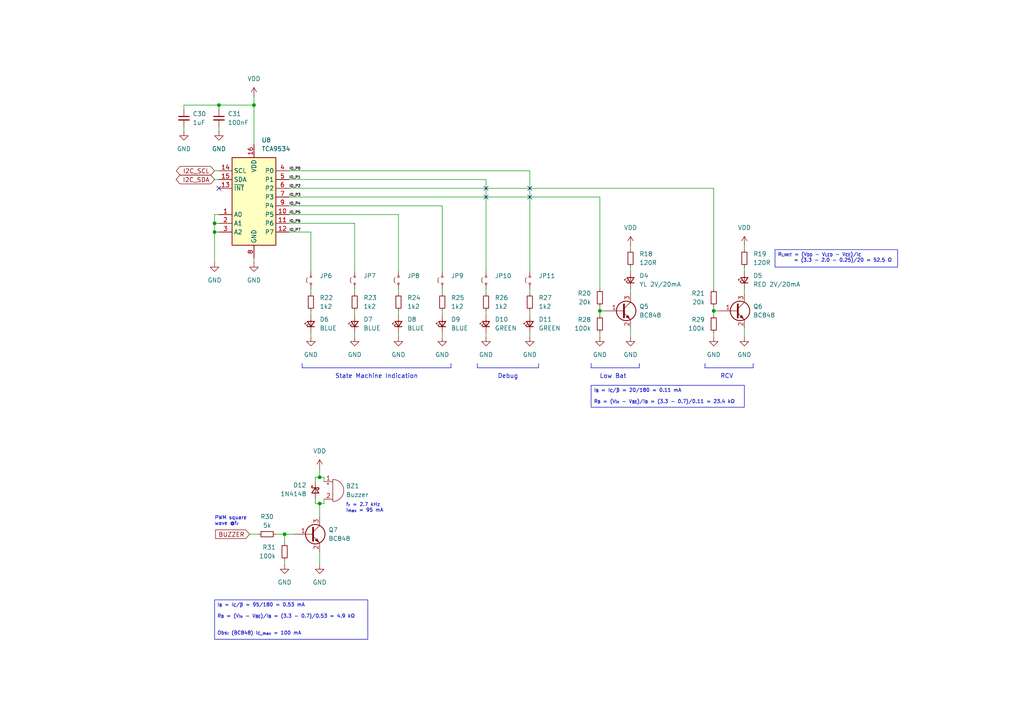
<source format=kicad_sch>
(kicad_sch (version 20231120) (generator "eeschema") (generator_version "8.0")
  (paper "A4")
  (title_block (title "IO Expander/LEDs and Buzzer") (date "2025-02-13") (rev "01") (comment 1 "P0 and P1 LEDs are designed to be seen at rough conditions (sunlight, big distance, etc.)"))
  (lib_symbols
    (symbol "Device:Buzzer" (pin_names (offset 0.0254) hide)
      (property "Reference" "BZ" (at 3.81 1.27 0))
      (property "Value" "Buzzer" (at 3.81 -1.27 0))
      (symbol "Buzzer_0_1"
        (arc (start 0 -3.175) (mid 3.1612 0) (end 0 3.175))
        (polyline (pts (xy -1.651 1.905) (xy -1.143 1.905)))
        (polyline (pts (xy -1.397 2.159) (xy -1.397 1.651)))
        (polyline (pts (xy 0 3.175) (xy 0 -3.175)))
      )
      (symbol "Buzzer_1_1"
        (pin passive line (at -2.54 2.54 0) (length 2.54) (name "+") (number "1"))
        (pin passive line (at -2.54 -2.54 0) (length 2.54) (name "-") (number "2"))
      )
    )
    (symbol "Device:C_Small" (pin_numbers hide) (pin_names (offset 0.254) hide)
      (property "Reference" "C" (at 0.254 1.778 0))
      (property "Value" "C_Small" (at 0.254 -2.032 0))
      (symbol "C_Small_0_1"
        (polyline (pts (xy -1.524 -0.508) (xy 1.524 -0.508)) (stroke (width 0.3302)))
        (polyline (pts (xy -1.524 0.508) (xy 1.524 0.508)) (stroke (width 0.3048)))
      )
      (symbol "C_Small_1_1"
        (pin passive line (at 0 2.54 270) (length 2.032) (name "~") (number "1"))
        (pin passive line (at 0 -2.54 90) (length 2.032) (name "~") (number "2"))
      )
    )
    (symbol "Device:D_Schottky_Small" (pin_numbers hide) (pin_names (offset 0.254) hide)
      (property "Reference" "D" (at -1.27 2.032 0))
      (property "Value" "D_Schottky_Small" (at -7.112 -2.032 0))
      (symbol "D_Schottky_Small_0_1"
        (polyline (pts (xy -0.762 0) (xy 0.762 0)))
        (polyline (pts (xy 0.762 -1.016) (xy -0.762 0) (xy 0.762 1.016) (xy 0.762 -1.016)) (stroke (width 0.254)))
        (polyline (pts (xy -1.27 0.762) (xy -1.27 1.016) (xy -0.762 1.016) (xy -0.762 -1.016) (xy -0.254 -1.016) (xy -0.254 -0.762)) (stroke (width 0.254)))
      )
      (symbol "D_Schottky_Small_1_1"
        (pin passive line (at -2.54 0 0) (length 1.778) (name "K") (number "1"))
        (pin passive line (at 2.54 0 180) (length 1.778) (name "A") (number "2"))
      )
    )
    (symbol "Device:LED_Small" (pin_numbers hide) (pin_names (offset 0.254) hide)
      (property "Reference" "D" (at -1.27 3.175 0))
      (property "Value" "LED_Small" (at -4.445 -2.54 0))
      (symbol "LED_Small_0_1"
        (polyline (pts (xy -0.762 -1.016) (xy -0.762 1.016)) (stroke (width 0.254)))
        (polyline (pts (xy 1.016 0) (xy -0.762 0)))
        (polyline (pts (xy 0.762 -1.016) (xy -0.762 0) (xy 0.762 1.016) (xy 0.762 -1.016)) (stroke (width 0.254)))
        (polyline (pts (xy 0 0.762) (xy -0.508 1.27) (xy -0.254 1.27) (xy -0.508 1.27) (xy -0.508 1.016)))
        (polyline (pts (xy 0.508 1.27) (xy 0 1.778) (xy 0.254 1.778) (xy 0 1.778) (xy 0 1.524)))
      )
      (symbol "LED_Small_1_1"
        (pin passive line (at -2.54 0 0) (length 1.778) (name "K") (number "1"))
        (pin passive line (at 2.54 0 180) (length 1.778) (name "A") (number "2"))
      )
    )
    (symbol "Device:R_Small" (pin_numbers hide) (pin_names (offset 0.254) hide)
      (property "Reference" "R" (at 0.762 0.508 0))
      (property "Value" "R_Small" (at 0.762 -1.016 0))
      (symbol "R_Small_0_1"
        (rectangle (start -0.762 1.778) (end 0.762 -1.778) (stroke (width 0.2032)))
      )
      (symbol "R_Small_1_1"
        (pin passive line (at 0 2.54 270) (length 0.762) (name "~") (number "1"))
        (pin passive line (at 0 -2.54 90) (length 0.762) (name "~") (number "2"))
      )
    )
    (symbol "Interface_Expansion:TCA9534"
      (property "Reference" "U" (at -6.35 12.7 0))
      (property "Value" "TCA9534" (at 2.54 12.7 0))
      (symbol "TCA9534_0_1"
        (rectangle (start -6.35 -13.97) (end 6.35 11.43) (stroke (width 0.254)) (fill (type background)))
      )
      (symbol "TCA9534_1_1"
        (pin input line (at -10.16 -5.08 0) (length 3.81) (name "A0") (number "1"))
        (pin bidirectional line (at 10.16 -5.08 180) (length 3.81) (name "P5") (number "10"))
        (pin bidirectional line (at 10.16 -7.62 180) (length 3.81) (name "P6") (number "11"))
        (pin bidirectional line (at 10.16 -10.16 180) (length 3.81) (name "P7") (number "12"))
        (pin open_collector line (at -10.16 2.54 0) (length 3.81) (name "~{INT}") (number "13"))
        (pin input line (at -10.16 7.62 0) (length 3.81) (name "SCL") (number "14"))
        (pin bidirectional line (at -10.16 5.08 0) (length 3.81) (name "SDA") (number "15"))
        (pin power_in line (at 0 15.24 270) (length 3.81) (name "VDD") (number "16"))
        (pin input line (at -10.16 -7.62 0) (length 3.81) (name "A1") (number "2"))
        (pin input line (at -10.16 -10.16 0) (length 3.81) (name "A2") (number "3"))
        (pin bidirectional line (at 10.16 7.62 180) (length 3.81) (name "P0") (number "4"))
        (pin bidirectional line (at 10.16 5.08 180) (length 3.81) (name "P1") (number "5"))
        (pin bidirectional line (at 10.16 2.54 180) (length 3.81) (name "P2") (number "6"))
        (pin bidirectional line (at 10.16 0 180) (length 3.81) (name "P3") (number "7"))
        (pin power_in line (at 0 -17.78 90) (length 3.81) (name "GND") (number "8"))
        (pin bidirectional line (at 10.16 -2.54 180) (length 3.81) (name "P4") (number "9"))
      )
    )
    (symbol "Jumper:Jumper_2_Small_Open" (pin_numbers hide) (pin_names (offset 0) hide) (exclude_from_sim yes)
      (property "Reference" "JP" (at 0 2.794 0))
      (property "Value" "Jumper_2_Small_Open" (at 0 -2.286 0))
      (symbol "Jumper_2_Small_Open_0_0"
        (circle (center -1.016 0) (radius 0.254))
        (circle (center 1.016 0) (radius 0.254))
      )
      (symbol "Jumper_2_Small_Open_0_1"
        (arc (start 0.762 1.0196) (mid 0 1.2729) (end -0.762 1.0196))
      )
      (symbol "Jumper_2_Small_Open_1_1"
        (pin passive line (at -2.54 0 0) (length 1.27) (name "A") (number "1"))
        (pin passive line (at 2.54 0 180) (length 1.27) (name "B") (number "2"))
      )
    )
    (symbol "Transistor_BJT:BC848" (pin_names (offset 0) hide)
      (property "Reference" "Q" (at 5.08 1.905 0))
      (property "Value" "BC848" (at 5.08 0 0))
      (symbol "BC848_0_1"
        (polyline (pts (xy 0.635 0.635) (xy 2.54 2.54)))
        (polyline (pts (xy 0.635 -0.635) (xy 2.54 -2.54) (xy 2.54 -2.54)))
        (polyline (pts (xy 0.635 1.905) (xy 0.635 -1.905) (xy 0.635 -1.905)) (stroke (width 0.508)))
        (polyline (pts (xy 1.27 -1.778) (xy 1.778 -1.27) (xy 2.286 -2.286) (xy 1.27 -1.778) (xy 1.27 -1.778)) (fill (type outline)))
        (circle (center 1.27 0) (radius 2.8194) (stroke (width 0.254)))
      )
      (symbol "BC848_1_1"
        (pin input line (at -5.08 0 0) (length 5.715) (name "B") (number "1"))
        (pin passive line (at 2.54 -5.08 90) (length 2.54) (name "E") (number "2"))
        (pin passive line (at 2.54 5.08 270) (length 2.54) (name "C") (number "3"))
      )
    )
    (symbol "power:GND" (power) (pin_numbers hide) (pin_names (offset 0) hide)
      (property "Value" "GND" (at 0 -3.81 0))
      (symbol "GND_0_1"
        (polyline (pts (xy 0 0) (xy 0 -1.27) (xy 1.27 -1.27) (xy 0 -2.54) (xy -1.27 -1.27) (xy 0 -1.27)))
      )
      (symbol "GND_1_1"
        (pin power_in line (at 0 0 270) (length 0) (name "~") (number "1"))
      )
    )
    (symbol "power:VDD" (power) (pin_numbers hide) (pin_names (offset 0) hide)
      (property "Value" "VDD" (at 0 3.556 0))
      (symbol "VDD_0_1"
        (polyline (pts (xy -0.762 1.27) (xy 0 2.54)))
        (polyline (pts (xy 0 0) (xy 0 2.54)))
        (polyline (pts (xy 0 2.54) (xy 0.762 1.27)))
      )
      (symbol "VDD_1_1"
        (pin power_in line (at 0 0 90) (length 0) (name "~") (number "1"))
      )
    )
  )
  (junction (at 82.55 154.94))
  (junction (at 73.66 30.48))
  (junction (at 207.01 90.17))
  (junction (at 173.99 90.17))
  (junction (at 92.71 138.43))
  (junction (at 62.23 67.31))
  (junction (at 62.23 64.77))
  (junction (at 92.71 146.05))
  (junction (at 63.5 30.48))
  (no_connect (at 153.67 54.61))
  (no_connect (at 63.5 54.61))
  (no_connect (at 140.97 54.61))
  (no_connect (at 140.97 57.15))
  (no_connect (at 153.67 57.15))
  (polyline (pts (xy 204.47 105.41) (xy 204.47 106.68)))
  (wire (pts (xy 102.87 83.82) (xy 102.87 85.09)))
  (polyline (pts (xy 204.47 106.68) (xy 218.44 106.68)))
  (wire (pts (xy 173.99 96.52) (xy 173.99 97.79)))
  (polyline (pts (xy 156.21 105.41) (xy 156.21 106.68)))
  (wire (pts (xy 173.99 88.9) (xy 173.99 90.17)))
  (wire (pts (xy 91.44 138.43) (xy 91.44 139.7)))
  (wire (pts (xy 153.67 90.17) (xy 153.67 91.44)))
  (wire (pts (xy 215.9 97.79) (xy 215.9 95.25)))
  (wire (pts (xy 53.34 31.75) (xy 53.34 30.48)))
  (wire (pts (xy 90.17 83.82) (xy 90.17 85.09)))
  (wire (pts (xy 92.71 135.89) (xy 92.71 138.43)))
  (wire (pts (xy 92.71 160.02) (xy 92.71 163.83)))
  (wire (pts (xy 207.01 54.61) (xy 207.01 83.82)))
  (wire (pts (xy 62.23 64.77) (xy 62.23 67.31)))
  (wire (pts (xy 80.01 154.94) (xy 82.55 154.94)))
  (wire (pts (xy 182.88 83.82) (xy 182.88 85.09)))
  (wire (pts (xy 62.23 49.53) (xy 63.5 49.53)))
  (polyline (pts (xy 185.42 105.41) (xy 185.42 106.68)))
  (wire (pts (xy 207.01 54.61) (xy 83.82 54.61)))
  (wire (pts (xy 72.39 154.94) (xy 74.93 154.94)))
  (wire (pts (xy 207.01 96.52) (xy 207.01 97.79)))
  (wire (pts (xy 115.57 96.52) (xy 115.57 97.79)))
  (wire (pts (xy 153.67 96.52) (xy 153.67 97.79)))
  (wire (pts (xy 153.67 83.82) (xy 153.67 85.09)))
  (wire (pts (xy 207.01 88.9) (xy 207.01 90.17)))
  (wire (pts (xy 153.67 49.53) (xy 153.67 78.74)))
  (wire (pts (xy 115.57 90.17) (xy 115.57 91.44)))
  (wire (pts (xy 83.82 64.77) (xy 102.87 64.77)))
  (wire (pts (xy 215.9 83.82) (xy 215.9 85.09)))
  (wire (pts (xy 90.17 96.52) (xy 90.17 97.79)))
  (wire (pts (xy 62.23 62.23) (xy 62.23 64.77)))
  (wire (pts (xy 140.97 52.07) (xy 140.97 78.74)))
  (wire (pts (xy 62.23 76.2) (xy 62.23 67.31)))
  (wire (pts (xy 93.98 138.43) (xy 93.98 139.7)))
  (wire (pts (xy 92.71 138.43) (xy 91.44 138.43)))
  (wire (pts (xy 173.99 57.15) (xy 83.82 57.15)))
  (wire (pts (xy 215.9 77.47) (xy 215.9 78.74)))
  (wire (pts (xy 63.5 31.75) (xy 63.5 30.48)))
  (wire (pts (xy 140.97 83.82) (xy 140.97 85.09)))
  (wire (pts (xy 140.97 90.17) (xy 140.97 91.44)))
  (wire (pts (xy 115.57 83.82) (xy 115.57 85.09)))
  (wire (pts (xy 140.97 52.07) (xy 83.82 52.07)))
  (polyline (pts (xy 138.43 106.68) (xy 156.21 106.68)))
  (wire (pts (xy 173.99 91.44) (xy 173.99 90.17)))
  (wire (pts (xy 182.88 71.12) (xy 182.88 72.39)))
  (polyline (pts (xy 171.45 105.41) (xy 171.45 106.68)))
  (wire (pts (xy 63.5 62.23) (xy 62.23 62.23)))
  (wire (pts (xy 92.71 146.05) (xy 93.98 146.05)))
  (wire (pts (xy 90.17 78.74) (xy 90.17 67.31)))
  (wire (pts (xy 102.87 90.17) (xy 102.87 91.44)))
  (wire (pts (xy 115.57 78.74) (xy 115.57 62.23)))
  (polyline (pts (xy 130.81 105.41) (xy 130.81 106.68)))
  (wire (pts (xy 115.57 62.23) (xy 83.82 62.23)))
  (wire (pts (xy 207.01 90.17) (xy 208.28 90.17)))
  (wire (pts (xy 182.88 77.47) (xy 182.88 78.74)))
  (wire (pts (xy 82.55 157.48) (xy 82.55 154.94)))
  (polyline (pts (xy 87.63 105.41) (xy 87.63 106.68)))
  (wire (pts (xy 128.27 90.17) (xy 128.27 91.44)))
  (wire (pts (xy 128.27 78.74) (xy 128.27 59.69)))
  (polyline (pts (xy 138.43 105.41) (xy 138.43 106.68)))
  (polyline (pts (xy 171.45 106.68) (xy 185.42 106.68)))
  (wire (pts (xy 82.55 162.56) (xy 82.55 163.83)))
  (wire (pts (xy 173.99 57.15) (xy 173.99 83.82)))
  (wire (pts (xy 62.23 67.31) (xy 63.5 67.31)))
  (wire (pts (xy 128.27 83.82) (xy 128.27 85.09)))
  (wire (pts (xy 91.44 146.05) (xy 91.44 144.78)))
  (wire (pts (xy 207.01 91.44) (xy 207.01 90.17)))
  (wire (pts (xy 153.67 49.53) (xy 83.82 49.53)))
  (wire (pts (xy 63.5 64.77) (xy 62.23 64.77)))
  (wire (pts (xy 91.44 146.05) (xy 92.71 146.05)))
  (polyline (pts (xy 87.63 106.68) (xy 130.81 106.68)))
  (wire (pts (xy 90.17 67.31) (xy 83.82 67.31)))
  (wire (pts (xy 73.66 74.93) (xy 73.66 76.2)))
  (wire (pts (xy 63.5 30.48) (xy 73.66 30.48)))
  (wire (pts (xy 63.5 36.83) (xy 63.5 38.1)))
  (wire (pts (xy 182.88 97.79) (xy 182.88 95.25)))
  (wire (pts (xy 140.97 96.52) (xy 140.97 97.79)))
  (wire (pts (xy 128.27 96.52) (xy 128.27 97.79)))
  (wire (pts (xy 73.66 30.48) (xy 73.66 41.91)))
  (wire (pts (xy 53.34 30.48) (xy 63.5 30.48)))
  (wire (pts (xy 73.66 27.94) (xy 73.66 30.48)))
  (polyline (pts (xy 218.44 105.41) (xy 218.44 106.68)))
  (wire (pts (xy 173.99 90.17) (xy 175.26 90.17)))
  (wire (pts (xy 82.55 154.94) (xy 85.09 154.94)))
  (wire (pts (xy 62.23 52.07) (xy 63.5 52.07)))
  (wire (pts (xy 215.9 71.12) (xy 215.9 72.39)))
  (wire (pts (xy 93.98 146.05) (xy 93.98 144.78)))
  (wire (pts (xy 102.87 96.52) (xy 102.87 97.79)))
  (wire (pts (xy 92.71 146.05) (xy 92.71 149.86)))
  (wire (pts (xy 90.17 90.17) (xy 90.17 91.44)))
  (wire (pts (xy 102.87 64.77) (xy 102.87 78.74)))
  (wire (pts (xy 53.34 36.83) (xy 53.34 38.1)))
  (wire (pts (xy 128.27 59.69) (xy 83.82 59.69)))
  (wire (pts (xy 93.98 138.43) (xy 92.71 138.43)))
  (text_box "R_{LIMIT} = (V_{DD} - V_{LED} - V_{CE})/I_{C}\n      = (3.3 - 2.0 - 0.25)/20 = 52,5 Ω" (exclude_from_sim yes) (at 224.79 72.39 0) (size 35.56 5.08) (effects (font (size 1.016 1.016)) (justify left top)))
  (text_box "I_{B} = I_{C}/β = 95/180 = 0.53 mA\n\nR_{B} = (V_{in} - V_{BE})/I_{B} = (3.3 - 0.7)/0.53 = 4.9 kΩ\n\n\nObs: (BC848) I_{C_max} = 100 mA" (exclude_from_sim yes) (at 62.23 173.99 0) (size 44.45 11.43) (effects (font (size 1.016 1.016)) (justify left top)))
  (text_box "I_{B} = I_{C}/β = 20/180 = 0.11 mA\n\nR_{B} = (V_{in} - V_{BE})/I_{B} = (3.3 - 0.7)/0.11 = 23.4 kΩ" (exclude_from_sim yes) (at 171.45 111.76 0) (size 44.45 6.35) (effects (font (size 1.016 1.016)) (justify left top)))
  (text "Low Bat" (at 177.8 109.22 0) (effects (font (size 1.27 1.27))))
  (text "PWM square\nwave @f_{r}" (at 62.23 151.13 0) (effects (font (size 1.016 1.016)) (justify left)))
  (text "f_{r} = 2.7 kHz\nI_{max} = 95 mA" (at 100.33 147.32 0) (effects (font (size 1.016 1.016)) (justify left)))
  (text "State Machine Indication" (at 109.22 109.22 0) (effects (font (size 1.27 1.27))))
  (text "Debug" (at 147.32 109.22 0) (effects (font (size 1.27 1.27))))
  (text "RCV" (at 210.82 109.22 0) (effects (font (size 1.27 1.27))))
  (label "IO_P7" (at 83.82 67.31 0) (effects (font (size 0.762 0.762) (bold yes))))
  (label "IO_P0" (at 83.82 49.53 0) (effects (font (size 0.762 0.762) (bold yes))))
  (label "IO_P4" (at 83.82 59.69 0) (effects (font (size 0.762 0.762) (bold yes))))
  (label "IO_P3" (at 83.82 57.15 0) (effects (font (size 0.762 0.762) (bold yes))))
  (label "IO_P2" (at 83.82 54.61 0) (effects (font (size 0.762 0.762) (bold yes))))
  (label "IO_P1" (at 83.82 52.07 0) (effects (font (size 0.762 0.762) (bold yes))))
  (label "IO_P5" (at 83.82 62.23 0) (effects (font (size 0.762 0.762) (bold yes))))
  (label "IO_P6" (at 83.82 64.77 0) (effects (font (size 0.762 0.762) (bold yes))))
  (global_label "BUZZER" (shape input) (at 72.39 154.94 180) (property "Intersheetrefs" "${INTERSHEET_REFS}" (effects (hide yes))))
  (global_label "I2C_SDA" (shape bidirectional) (at 62.23 52.07 180) (property "Intersheetrefs" "${INTERSHEET_REFS}" (effects (hide yes))))
  (global_label "I2C_SCL" (shape bidirectional) (at 62.23 49.53 180) (property "Intersheetrefs" "${INTERSHEET_REFS}" (effects (hide yes))))
  (symbol (lib_id "Device:R_Small") (at 215.9 74.93 0) (unit 1)
    (property "Reference" "R19" (at 218.44 73.6599 0) (effects (justify left)))
    (property "Value" "120R" (at 218.44 76.2 0) (effects (justify left)))
    (property "Footprint" "Resistor_SMD:R_0603_1608Metric" (effects (hide yes)))
    (property "Description" "Resistor, small symbol" (effects (hide yes)))
  )
  (symbol (lib_id "Device:R_Small") (at 102.87 87.63 0) (unit 1)
    (property "Reference" "R23" (at 105.41 86.3599 0) (effects (justify left)))
    (property "Value" "1k2" (at 105.41 88.8999 0) (effects (justify left)))
    (property "Footprint" "Resistor_SMD:R_0603_1608Metric" (effects (hide yes)))
    (property "Description" "Resistor, small symbol" (effects (hide yes)))
  )
  (symbol (lib_id "power:VDD") (at 215.9 71.12 0) (unit 1)
    (property "Reference" "#PWR077" (effects (hide yes)))
    (property "Value" "VDD" (at 215.9 66.04 0))
    (property "Description" "Power symbol creates a global label with name \"VDD\"" (effects (hide yes)))
  )
  (symbol (lib_id "Device:LED_Small") (at 90.17 93.98 90) (unit 1)
    (property "Reference" "D6" (at 92.71 92.6464 90) (effects (justify right)))
    (property "Value" "BLUE" (at 92.71 95.1864 90) (effects (justify right)))
    (property "Footprint" "LED_SMD:LED_0603_1608Metric" (effects (hide yes)))
    (property "Description" "Light emitting diode, small symbol" (effects (hide yes)))
  )
  (symbol (lib_id "Device:R_Small") (at 173.99 93.98 0) (mirror y) (unit 1)
    (property "Reference" "R28" (at 171.45 92.7099 0) (effects (justify left)))
    (property "Value" "100k" (at 171.45 95.2499 0) (effects (justify left)))
    (property "Footprint" "Resistor_SMD:R_0603_1608Metric" (effects (hide yes)))
    (property "Description" "Resistor, small symbol" (effects (hide yes)))
  )
  (symbol (lib_id "power:GND") (at 115.57 97.79 0) (unit 1)
    (property "Reference" "#PWR088" (effects (hide yes)))
    (property "Value" "GND" (at 115.57 102.87 0))
    (property "Description" "Power symbol creates a global label with name \"GND\" , ground" (effects (hide yes)))
  )
  (symbol (lib_id "power:GND") (at 90.17 97.79 0) (unit 1)
    (property "Reference" "#PWR080" (effects (hide yes)))
    (property "Value" "GND" (at 90.17 102.87 0))
    (property "Description" "Power symbol creates a global label with name \"GND\" , ground" (effects (hide yes)))
  )
  (symbol (lib_id "Device:LED_Small") (at 102.87 93.98 90) (unit 1)
    (property "Reference" "D7" (at 105.41 92.6464 90) (effects (justify right)))
    (property "Value" "BLUE" (at 105.41 95.1864 90) (effects (justify right)))
    (property "Footprint" "LED_SMD:LED_0603_1608Metric" (effects (hide yes)))
    (property "Description" "Light emitting diode, small symbol" (effects (hide yes)))
  )
  (symbol (lib_id "power:GND") (at 128.27 97.79 0) (unit 1)
    (property "Reference" "#PWR089" (effects (hide yes)))
    (property "Value" "GND" (at 128.27 102.87 0))
    (property "Description" "Power symbol creates a global label with name \"GND\" , ground" (effects (hide yes)))
  )
  (symbol (lib_id "Device:LED_Small") (at 140.97 93.98 90) (unit 1)
    (property "Reference" "D10" (at 143.51 92.6464 90) (effects (justify right)))
    (property "Value" "GREEN" (at 143.51 95.1864 90) (effects (justify right)))
    (property "Footprint" "LED_SMD:LED_0603_1608Metric" (effects (hide yes)))
    (property "Description" "Light emitting diode, small symbol" (effects (hide yes)))
  )
  (symbol (lib_id "Jumper:Jumper_2_Small_Open") (at 140.97 81.28 90) (unit 1) (exclude_from_sim yes)
    (property "Reference" "JP10" (at 143.51 80.01 90) (effects (justify right)))
    (property "Value" "Jumper_2_Small_Open" (effects (hide yes)))
    (property "Footprint" "BRS_Footprints:SMD_SolderJumper_Small" (effects (hide yes)))
    (property "Description" "Jumper, 2-pole, small symbol, open" (effects (hide yes)))
  )
  (symbol (lib_id "Device:R_Small") (at 153.67 87.63 0) (unit 1)
    (property "Reference" "R27" (at 156.21 86.3599 0) (effects (justify left)))
    (property "Value" "1k2" (at 156.21 88.8999 0) (effects (justify left)))
    (property "Footprint" "Resistor_SMD:R_0603_1608Metric" (effects (hide yes)))
    (property "Description" "Resistor, small symbol" (effects (hide yes)))
  )
  (symbol (lib_id "Transistor_BJT:BC848") (at 180.34 90.17 0) (unit 1)
    (property "Reference" "Q5" (at 185.42 88.8999 0) (effects (justify left)))
    (property "Value" "BC848" (at 185.42 91.4399 0) (effects (justify left)))
    (property "Footprint" "Package_TO_SOT_SMD:SOT-23" (effects (hide yes)))
    (property "Datasheet" "http://www.infineon.com/dgdl/Infineon-BC847SERIES_BC848SERIES_BC849SERIES_BC850SERIES-DS-v01_01-en.pdf?fileId=db3a304314dca389011541d4630a1657" (effects (hide yes)))
    (property "Description" "0.1A Ic, 30V Vce, NPN Transistor, SOT-23" (effects (hide yes)))
  )
  (symbol (lib_id "power:GND") (at 92.71 163.83 0) (unit 1)
    (property "Reference" "#PWR092" (effects (hide yes)))
    (property "Value" "GND" (at 92.71 168.91 0))
    (property "Description" "Power symbol creates a global label with name \"GND\" , ground" (effects (hide yes)))
  )
  (symbol (lib_id "power:GND") (at 173.99 97.79 0) (unit 1)
    (property "Reference" "#PWR084" (effects (hide yes)))
    (property "Value" "GND" (at 173.99 102.87 0))
    (property "Description" "Power symbol creates a global label with name \"GND\" , ground" (effects (hide yes)))
  )
  (symbol (lib_id "Device:LED_Small") (at 153.67 93.98 90) (unit 1)
    (property "Reference" "D11" (at 156.21 92.6464 90) (effects (justify right)))
    (property "Value" "GREEN" (at 156.21 95.1864 90) (effects (justify right)))
    (property "Footprint" "LED_SMD:LED_0603_1608Metric" (effects (hide yes)))
    (property "Description" "Light emitting diode, small symbol" (effects (hide yes)))
  )
  (symbol (lib_id "Device:R_Small") (at 182.88 74.93 0) (unit 1)
    (property "Reference" "R18" (at 185.42 73.6599 0) (effects (justify left)))
    (property "Value" "120R" (at 185.42 76.1999 0) (effects (justify left)))
    (property "Footprint" "Resistor_SMD:R_0603_1608Metric" (effects (hide yes)))
    (property "Description" "Resistor, small symbol" (effects (hide yes)))
  )
  (symbol (lib_id "power:GND") (at 53.34 38.1 0) (unit 1)
    (property "Reference" "#PWR074" (effects (hide yes)))
    (property "Value" "GND" (at 53.34 43.18 0))
  )
  (symbol (lib_id "power:GND") (at 62.23 76.2 0) (unit 1)
    (property "Reference" "#PWR078" (effects (hide yes)))
    (property "Value" "GND" (at 62.23 81.28 0))
    (property "Description" "Power symbol creates a global label with name \"GND\" , ground" (effects (hide yes)))
  )
  (symbol (lib_id "power:GND") (at 215.9 97.79 0) (unit 1)
    (property "Reference" "#PWR087" (effects (hide yes)))
    (property "Value" "GND" (at 215.9 102.87 0))
    (property "Description" "Power symbol creates a global label with name \"GND\" , ground" (effects (hide yes)))
  )
  (symbol (lib_id "Device:R_Small") (at 115.57 87.63 0) (unit 1)
    (property "Reference" "R24" (at 118.11 86.3599 0) (effects (justify left)))
    (property "Value" "1k2" (at 118.11 88.8999 0) (effects (justify left)))
    (property "Footprint" "Resistor_SMD:R_0603_1608Metric" (effects (hide yes)))
    (property "Description" "Resistor, small symbol" (effects (hide yes)))
  )
  (symbol (lib_id "power:GND") (at 63.5 38.1 0) (unit 1)
    (property "Reference" "#PWR075" (effects (hide yes)))
    (property "Value" "GND" (at 63.5 43.18 0))
  )
  (symbol (lib_id "Device:LED_Small") (at 115.57 93.98 90) (unit 1)
    (property "Reference" "D8" (at 118.11 92.6464 90) (effects (justify right)))
    (property "Value" "BLUE" (at 118.11 95.1864 90) (effects (justify right)))
    (property "Footprint" "LED_SMD:LED_0603_1608Metric" (effects (hide yes)))
    (property "Description" "Light emitting diode, small symbol" (effects (hide yes)))
  )
  (symbol (lib_id "power:VDD") (at 92.71 135.89 0) (unit 1)
    (property "Reference" "#PWR090" (effects (hide yes)))
    (property "Value" "VDD" (at 92.71 130.81 0))
    (property "Description" "Power symbol creates a global label with name \"VDD\"" (effects (hide yes)))
  )
  (symbol (lib_id "Jumper:Jumper_2_Small_Open") (at 153.67 81.28 90) (unit 1) (exclude_from_sim yes)
    (property "Reference" "JP11" (at 156.21 80.01 90) (effects (justify right)))
    (property "Value" "Jumper_2_Small_Open" (effects (hide yes)))
    (property "Footprint" "BRS_Footprints:SMD_SolderJumper_Small" (effects (hide yes)))
    (property "Description" "Jumper, 2-pole, small symbol, open" (effects (hide yes)))
  )
  (symbol (lib_id "Device:Buzzer") (at 96.52 142.24 0) (unit 1)
    (property "Reference" "BZ1" (at 100.33 140.9699 0) (effects (justify left)))
    (property "Value" "Buzzer" (at 100.33 143.5099 0) (effects (justify left)))
    (property "Footprint" "Buzzer_Beeper:PUIAudio_SMT_0825_S_4_R" (effects (hide yes)))
    (property "Description" "Buzzer, polarized" (effects (hide yes)))
  )
  (symbol (lib_id "power:VDD") (at 182.88 71.12 0) (unit 1)
    (property "Reference" "#PWR076" (effects (hide yes)))
    (property "Value" "VDD" (at 182.88 66.04 0))
    (property "Description" "Power symbol creates a global label with name \"VDD\"" (effects (hide yes)))
  )
  (symbol (lib_id "Device:R_Small") (at 128.27 87.63 0) (unit 1)
    (property "Reference" "R25" (at 130.81 86.3599 0) (effects (justify left)))
    (property "Value" "1k2" (at 130.81 88.8999 0) (effects (justify left)))
    (property "Footprint" "Resistor_SMD:R_0603_1608Metric" (effects (hide yes)))
    (property "Description" "Resistor, small symbol" (effects (hide yes)))
  )
  (symbol (lib_id "Device:R_Small") (at 207.01 86.36 0) (mirror y) (unit 1)
    (property "Reference" "R21" (at 204.47 85.0899 0) (effects (justify left)))
    (property "Value" "20k" (at 204.47 87.6299 0) (effects (justify left)))
    (property "Footprint" "Resistor_SMD:R_0603_1608Metric" (effects (hide yes)))
    (property "Description" "Resistor, small symbol" (effects (hide yes)))
  )
  (symbol (lib_id "power:VDD") (at 73.66 27.94 0) (unit 1)
    (property "Reference" "#PWR073" (effects (hide yes)))
    (property "Value" "VDD" (at 73.66 22.86 0))
    (property "Description" "Power symbol creates a global label with name \"VDD\"" (effects (hide yes)))
  )
  (symbol (lib_id "Device:R_Small") (at 82.55 160.02 0) (mirror y) (unit 1)
    (property "Reference" "R31" (at 80.01 158.7499 0) (effects (justify left)))
    (property "Value" "100k" (at 80.01 161.2899 0) (effects (justify left)))
    (property "Footprint" "Resistor_SMD:R_0603_1608Metric" (effects (hide yes)))
    (property "Description" "Resistor, small symbol" (effects (hide yes)))
  )
  (symbol (lib_id "Device:LED_Small") (at 182.88 81.28 90) (unit 1)
    (property "Reference" "D4" (at 185.42 79.9464 90) (effects (justify right)))
    (property "Value" "YL 2V/20mA" (at 185.42 82.4864 90) (effects (justify right)))
    (property "Footprint" "LED_SMD:LED_0805_2012Metric" (effects (hide yes)))
    (property "Description" "Light emitting diode, small symbol" (effects (hide yes)))
  )
  (symbol (lib_id "Device:D_Schottky_Small") (at 91.44 142.24 90) (mirror x) (unit 1)
    (property "Reference" "D12" (at 88.9 140.7159 90) (effects (justify left)))
    (property "Value" "1N4148" (at 88.9 143.2559 90) (effects (justify left)))
    (property "Footprint" "Diode_SMD:D_SOD-123" (effects (hide yes)))
    (property "Description" "Schottky diode, small symbol" (effects (hide yes)))
  )
  (symbol (lib_id "Device:C_Small") (at 63.5 34.29 0) (mirror y) (unit 1)
    (property "Reference" "C31" (at 66.04 33.02 0) (effects (justify right)))
    (property "Value" "100nF" (at 66.04 35.56 0) (effects (justify right)))
    (property "Footprint" "Capacitor_SMD:C_0603_1608Metric" (effects (hide yes)))
    (property "LCSC Part Number" "C57112" (effects (hide yes)))
    (property "LCSC" "C57112" (effects (hide yes)))
  )
  (symbol (lib_id "Jumper:Jumper_2_Small_Open") (at 102.87 81.28 90) (unit 1) (exclude_from_sim yes)
    (property "Reference" "JP7" (at 105.41 80.01 90) (effects (justify right)))
    (property "Value" "Jumper_2_Small_Open" (effects (hide yes)))
    (property "Footprint" "BRS_Footprints:SMD_SolderJumper_Small" (effects (hide yes)))
    (property "Description" "Jumper, 2-pole, small symbol, open" (effects (hide yes)))
  )
  (symbol (lib_id "Device:R_Small") (at 173.99 86.36 0) (mirror y) (unit 1)
    (property "Reference" "R20" (at 171.45 85.0899 0) (effects (justify left)))
    (property "Value" "20k" (at 171.45 87.6299 0) (effects (justify left)))
    (property "Footprint" "Resistor_SMD:R_0603_1608Metric" (effects (hide yes)))
    (property "Description" "Resistor, small symbol" (effects (hide yes)))
  )
  (symbol (lib_id "Device:R_Small") (at 90.17 87.63 0) (unit 1)
    (property "Reference" "R22" (at 92.71 86.3599 0) (effects (justify left)))
    (property "Value" "1k2" (at 92.71 88.8999 0) (effects (justify left)))
    (property "Footprint" "Resistor_SMD:R_0603_1608Metric" (effects (hide yes)))
    (property "Description" "Resistor, small symbol" (effects (hide yes)))
  )
  (symbol (lib_id "Device:C_Small") (at 53.34 34.29 0) (mirror y) (unit 1)
    (property "Reference" "C30" (at 55.88 33.02 0) (effects (justify right)))
    (property "Value" "1uF" (at 55.88 35.56 0) (effects (justify right)))
    (property "Footprint" "Capacitor_SMD:C_0603_1608Metric" (effects (hide yes)))
    (property "LCSC Part Number" "C57112" (effects (hide yes)))
    (property "LCSC" "C57112" (effects (hide yes)))
  )
  (symbol (lib_id "Device:LED_Small") (at 215.9 81.28 90) (unit 1)
    (property "Reference" "D5" (at 218.44 79.9464 90) (effects (justify right)))
    (property "Value" "RED 2V/20mA" (at 218.44 82.4864 90) (effects (justify right)))
    (property "Footprint" "LED_SMD:LED_0805_2012Metric" (effects (hide yes)))
    (property "Description" "Light emitting diode, small symbol" (effects (hide yes)))
  )
  (symbol (lib_id "power:GND") (at 140.97 97.79 0) (unit 1)
    (property "Reference" "#PWR082" (effects (hide yes)))
    (property "Value" "GND" (at 140.97 102.87 0))
    (property "Description" "Power symbol creates a global label with name \"GND\" , ground" (effects (hide yes)))
  )
  (symbol (lib_id "Device:R_Small") (at 140.97 87.63 0) (unit 1)
    (property "Reference" "R26" (at 143.51 86.3599 0) (effects (justify left)))
    (property "Value" "1k2" (at 143.51 88.8999 0) (effects (justify left)))
    (property "Footprint" "Resistor_SMD:R_0603_1608Metric" (effects (hide yes)))
    (property "Description" "Resistor, small symbol" (effects (hide yes)))
  )
  (symbol (lib_id "Jumper:Jumper_2_Small_Open") (at 90.17 81.28 90) (unit 1) (exclude_from_sim yes)
    (property "Reference" "JP6" (at 92.71 80.01 90) (effects (justify right)))
    (property "Value" "Jumper_2_Small_Open" (effects (hide yes)))
    (property "Footprint" "BRS_Footprints:SMD_SolderJumper_Small" (effects (hide yes)))
    (property "Description" "Jumper, 2-pole, small symbol, open" (effects (hide yes)))
  )
  (symbol (lib_id "Device:R_Small") (at 77.47 154.94 90) (mirror x) (unit 1)
    (property "Reference" "R30" (at 77.47 149.86 90))
    (property "Value" "5k" (at 77.47 152.4 90))
    (property "Footprint" "Resistor_SMD:R_0603_1608Metric" (effects (hide yes)))
    (property "Description" "Resistor, small symbol" (effects (hide yes)))
  )
  (symbol (lib_id "Jumper:Jumper_2_Small_Open") (at 115.57 81.28 90) (unit 1) (exclude_from_sim yes)
    (property "Reference" "JP8" (at 118.11 80.01 90) (effects (justify right)))
    (property "Value" "Jumper_2_Small_Open" (effects (hide yes)))
    (property "Footprint" "BRS_Footprints:SMD_SolderJumper_Small" (effects (hide yes)))
    (property "Description" "Jumper, 2-pole, small symbol, open" (effects (hide yes)))
  )
  (symbol (lib_id "power:GND") (at 182.88 97.79 0) (unit 1)
    (property "Reference" "#PWR085" (effects (hide yes)))
    (property "Value" "GND" (at 182.88 102.87 0))
    (property "Description" "Power symbol creates a global label with name \"GND\" , ground" (effects (hide yes)))
  )
  (symbol (lib_id "Jumper:Jumper_2_Small_Open") (at 128.27 81.28 90) (unit 1) (exclude_from_sim yes)
    (property "Reference" "JP9" (at 130.81 80.01 90) (effects (justify right)))
    (property "Value" "Jumper_2_Small_Open" (effects (hide yes)))
    (property "Footprint" "BRS_Footprints:SMD_SolderJumper_Small" (effects (hide yes)))
    (property "Description" "Jumper, 2-pole, small symbol, open" (effects (hide yes)))
  )
  (symbol (lib_id "power:GND") (at 207.01 97.79 0) (unit 1)
    (property "Reference" "#PWR086" (effects (hide yes)))
    (property "Value" "GND" (at 207.01 102.87 0))
    (property "Description" "Power symbol creates a global label with name \"GND\" , ground" (effects (hide yes)))
  )
  (symbol (lib_id "Transistor_BJT:BC848") (at 90.17 154.94 0) (unit 1)
    (property "Reference" "Q7" (at 95.25 153.6699 0) (effects (justify left)))
    (property "Value" "BC848" (at 95.25 156.2099 0) (effects (justify left)))
    (property "Footprint" "Package_TO_SOT_SMD:SOT-23" (effects (hide yes)))
    (property "Datasheet" "http://www.infineon.com/dgdl/Infineon-BC847SERIES_BC848SERIES_BC849SERIES_BC850SERIES-DS-v01_01-en.pdf?fileId=db3a304314dca389011541d4630a1657" (effects (hide yes)))
    (property "Description" "0.1A Ic, 30V Vce, NPN Transistor, SOT-23" (effects (hide yes)))
  )
  (symbol (lib_id "power:GND") (at 153.67 97.79 0) (unit 1)
    (property "Reference" "#PWR083" (effects (hide yes)))
    (property "Value" "GND" (at 153.67 102.87 0))
    (property "Description" "Power symbol creates a global label with name \"GND\" , ground" (effects (hide yes)))
  )
  (symbol (lib_id "power:GND") (at 73.66 76.2 0) (unit 1)
    (property "Reference" "#PWR079" (effects (hide yes)))
    (property "Value" "GND" (at 73.66 81.28 0))
    (property "Description" "Power symbol creates a global label with name \"GND\" , ground" (effects (hide yes)))
  )
  (symbol (lib_id "power:GND") (at 82.55 163.83 0) (unit 1)
    (property "Reference" "#PWR091" (effects (hide yes)))
    (property "Value" "GND" (at 82.55 168.91 0))
    (property "Description" "Power symbol creates a global label with name \"GND\" , ground" (effects (hide yes)))
  )
  (symbol (lib_id "Device:LED_Small") (at 128.27 93.98 90) (unit 1)
    (property "Reference" "D9" (at 130.81 92.6464 90) (effects (justify right)))
    (property "Value" "BLUE" (at 130.81 95.1864 90) (effects (justify right)))
    (property "Footprint" "LED_SMD:LED_0603_1608Metric" (effects (hide yes)))
    (property "Description" "Light emitting diode, small symbol" (effects (hide yes)))
  )
  (symbol (lib_id "power:GND") (at 102.87 97.79 0) (unit 1)
    (property "Reference" "#PWR081" (effects (hide yes)))
    (property "Value" "GND" (at 102.87 102.87 0))
    (property "Description" "Power symbol creates a global label with name \"GND\" , ground" (effects (hide yes)))
  )
  (symbol (lib_id "Interface_Expansion:TCA9534") (at 73.66 57.15 0) (unit 1)
    (property "Reference" "U8" (at 75.8541 40.64 0) (effects (justify left)))
    (property "Value" "TCA9534" (at 75.8541 43.18 0) (effects (justify left)))
    (property "Footprint" "Package_SO:TSSOP-16_4.4x5mm_P0.65mm" (effects (hide yes)))
    (property "Datasheet" "http://www.ti.com/lit/ds/symlink/tca9534.pdf" (effects (hide yes)))
    (property "Description" "8 Bit Port/Expander, I2C SMBUS, Interrupt output, TSSOP-16, SOIC-16" (effects (hide yes)))
  )
  (symbol (lib_id "Transistor_BJT:BC848") (at 213.36 90.17 0) (unit 1)
    (property "Reference" "Q6" (at 218.44 88.8999 0) (effects (justify left)))
    (property "Value" "BC848" (at 218.44 91.4399 0) (effects (justify left)))
    (property "Footprint" "Package_TO_SOT_SMD:SOT-23" (effects (hide yes)))
    (property "Datasheet" "http://www.infineon.com/dgdl/Infineon-BC847SERIES_BC848SERIES_BC849SERIES_BC850SERIES-DS-v01_01-en.pdf?fileId=db3a304314dca389011541d4630a1657" (effects (hide yes)))
    (property "Description" "0.1A Ic, 30V Vce, NPN Transistor, SOT-23" (effects (hide yes)))
  )
  (symbol (lib_id "Device:R_Small") (at 207.01 93.98 0) (mirror y) (unit 1)
    (property "Reference" "R29" (at 204.47 92.7099 0) (effects (justify left)))
    (property "Value" "100k" (at 204.47 95.2499 0) (effects (justify left)))
    (property "Footprint" "Resistor_SMD:R_0603_1608Metric" (effects (hide yes)))
    (property "Description" "Resistor, small symbol" (effects (hide yes)))
  )
)
</source>
